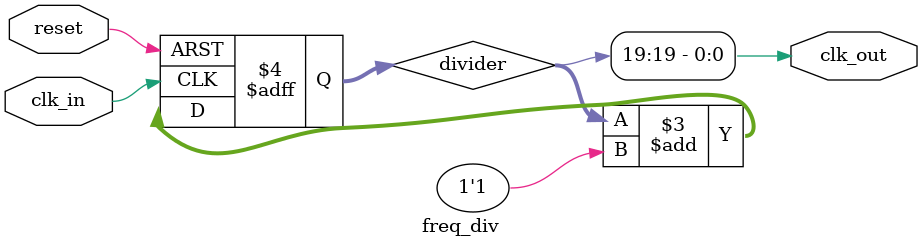
<source format=v>
module 	test10(clk, row, red, green, column, sel, reset);
	input 		reset, clk;  //pin C16, W16      		
	input 		[2:0]column; //AA13,AB12,Y16			
	output		[7:0]red, row, green;	
	//row:				pin T22 ,R21 ,C6 ,B6 ,B5 ,A5 ,B7 ,A7
	//column_red:		pin D7, D6, A9, C9, A8, C8, C11, B11
	//column_green:	pin A10 ,B10 ,A13 ,A12 ,B12 ,D12 ,A15 ,A14 
	output 		[2:0]sel; //AB10, AB11, AA12	
	wire 		clk_work, press, press_vaild;
	wire		[1:0]coll;
	wire 		[3:0]keycode, scancode;
	wire		[4:0]addr;
	wire		[2:0]idx;
	wire		[7:0]hor, ver;

	assign 	addr = { coll, idx };
	key_decode 	M1 (sel, column, press, scancode);
	key_buff 	M2 (clk_work, reset, press_valid, scancode, keycode);
	vaild		M3 (clk_work, reset, press, press_valid);
	count6  	M4 (clk_work, reset, sel);
	move		M5 (reset, coll[1], keycode, ver, hor, clk_work);
	
	freq_div#(14) 	M6 (clk, reset, clk_work);

	map		M7 (addr,green);
	idx		M8 (clk_work, reset, idx, row);
	mix		M9 (ver, hor, row, red);
	collision 	M10 (clk_work, reset, red, green, coll);
endmodule


module		map(addr,data);
	input		[4:0]addr;
	output reg 	[7:0]data;
	always@(addr)begin
		case(addr)
			5'd0  	:data=8'b1111_1101;//map1
			5'd1  	:data=8'b1000_0001;
			5'd2  	:data=8'b1011_1111;
			5'd3  	:data=8'b1000_0001;
			5'd4  	:data=8'b1111_1101;
			5'd5  	:data=8'b1001_0001;
			5'd6  	:data=8'b1100_0101;
			5'd7  	:data=8'b1111_1111;

			5'd8  	:data=8'b1111_1111;//map2
			5'd9  	:data=8'b1000_1001;
			5'd10	:data=8'b1010_0101;
			5'd11	:data=8'b1001_0101;
			5'd12	:data=8'b1101_0001;
			5'd13	:data=8'b1001_0111;
			5'd14	:data=8'b1111_0000;
			5'd15	:data=8'b1111_1111;
	
			5'd16 	:data=8'b00111100;
			5'd17 	:data=8'b01000010;
			5'd18	:data=8'b10100101;
			5'd19	:data=8'b10000001;
			5'd20	:data=8'b10100101;
			5'd21	:data=8'b10011001;
			5'd22	:data=8'b01000010;
			5'd23	:data=8'b00111100;
	
			5'd24 	:data=8'b1111_1111;
			5'd25 	:data=8'b1111_1111;
			5'd26	:data=8'b1111_1111;
			5'd27	:data=8'b1111_1111;
			5'd28	:data=8'b1111_1111;
			5'd29	:data=8'b1111_1111;
			5'd30	:data=8'b1111_1111;
			5'd31	:data=8'b1111_1111;
			default	:data=8'b0000_0000;
		endcase
	end
endmodule


module 	idx(clk, reset, idx, row);
	input		 reset, clk;
	output reg	[2:0]idx;
	output reg	[7:0]row;
	always@(posedge clk or posedge reset)begin
		if(reset) begin
			idx<=3'b000;
			row<=8'b1000_0000;
		end
		else begin
			idx<=idx+3'b001;
			row<={row[0],row[7:1]};
		end
	end
endmodule


module 	mix(ver, hor, row, red);
	input	[7:0]ver, hor, row;
	output 	[7:0]red;

	assign 	red=(row == ver)?hor:8'b0000_0000;

endmodule


module  collision(clk, reset, red, green, coll);
	input		clk, reset;
	input		[7:0]red, green;
	output reg 	[1:0]coll;
	always@(posedge clk or posedge reset)begin
		if(reset)
			coll<=1'b0;
		else if((red & green) != 8'b0)
			coll<=2'b11;
		else if((red | green) == 8'b11010001 && red == 8'b01000000)
			coll<=2'b01;
		else if((red | green) == 8'b11110001 && red == 8'b00000001)
			coll<=2'b10;
		else
			coll<=coll;
	end
endmodule


module key_decode(sel, column, press, scan_code);
	input[2:0]sel;
	input[2:0] column;
	output press;
	output[3:0] scan_code;
	reg[3:0] scan_code;
	reg press;
	always@(sel or column) begin
		case(sel)
			3'b000:
				case(column)
					3'b101: begin scan_code= 4'b0010; press = 1'b1; end // 2
					default: begin scan_code= 4'b1111; press = 1'b0; end
				endcase
			3'b001:
				case(column)
					3'b011: begin scan_code= 4'b0100; press = 1'b1; end // 4
					3'b110: begin scan_code= 4'b0110; press = 1'b1; end // 6
					default: begin scan_code= 4'b1111; press = 1'b0; end
				endcase
			3'b010:
				case(column)
					3'b101: begin scan_code= 4'b1000; press = 1'b1; end // 8
					default: begin scan_code= 4'b1111; press = 1'b0; end
				endcase
			default:
				begin scan_code= 4'b1111; press = 1'b0; end
		endcase
	end
endmodule


module key_buff(clk, rst, press_valid, scan_code, key_code);
	input clk, rst, press_valid;
	input[3:0] scan_code;
	output[3:0]key_code;
	reg[3:0]key_code;
	always@(posedge clk or posedge rst) begin
		if(rst)
			key_code= 4'b0000;// initial value
		else
			key_code= press_valid?scan_code:4'b0000;
	end
endmodule


module count6(clk_in, reset, sel);
	input clk_in, reset;
	output [2:0]sel;
	reg[2:0] sel;
	always@ (posedge clk_in or posedge reset)begin
		if(reset)
			sel = 3'b000;
		else if(sel==3'b101)begin
			sel = 3'b000;
		end
		else begin
			sel = sel+1'b1;
		end
	end
endmodule


module vaild (clk, rst, press, press_valid);
	input  press, clk, rst;
	output press_valid;
	reg [5:0] gg;
	assign press_valid = ~(gg[5] || (~press));
	always@(posedge clk or posedge rst)begin
		if(rst)
			gg <= 6'b0;
		else
			gg <= {gg[4:0], press};
	end
endmodule


module shift1(left, right, reset, unable, out, clk);
	input 		left, right, reset, clk, unable;
	output reg	[7:0]out;

	always@(posedge clk or posedge reset)begin
		if(reset)
			out<=8'b0000_0010;
		else if(unable) 		
 			out<=8'b0000_0000;
 		else if(left)
			out<=out<<1;
		else if(right)
			out<=out>>1;
 		else
  			out<=out;
	end
endmodule

module 	shift2(left, right, reset, unable, out, clk);
	input 		left, right, reset, clk, unable;
	output reg	[7:0]out;

	always@(posedge clk or posedge reset)begin
		if(reset)
			out<=8'b1000_0000;
		else if(unable) 		
 			out<=8'b0000_0000;
 		else if(left)
			out<=out<<1;
		else if(right)
			out<=out>>1;
 		else
	  		out<=out;
	end
endmodule


module	move(reset, unable, keycode, ver, hor, clk);
	input 		reset, clk, unable;
	input 		[3:0]keycode;
	output 		[7:0]ver, hor;
	wire		left, right, up, down;

	assign 	left   =~keycode[1]&  keycode[2];
	assign 	right =  keycode[1]&  keycode[2];
	assign 	up    =  keycode[1]& ~keycode[2];
	assign	down=  keycode[3];

	shift1 S1(left, right, reset, unable, hor, clk); //left & right
	shift2 S2(up, down, reset, unable, ver, clk); //up & down

endmodule


module freq_div(clk_in, reset, clk_out);
	parameter exp = 20;   
	input clk_in, reset;
	output clk_out;
	reg[exp-1:0] divider;
	integer i;
	assign clk_out= divider[exp-1];
	always@ (posedge clk_in or posedge reset)begin
		if(reset)
			for(i=0; i < exp; i=i+1)
				divider[i] = 1'b0;
		else
			divider = divider+ 1'b1;
	end
endmodule

</source>
